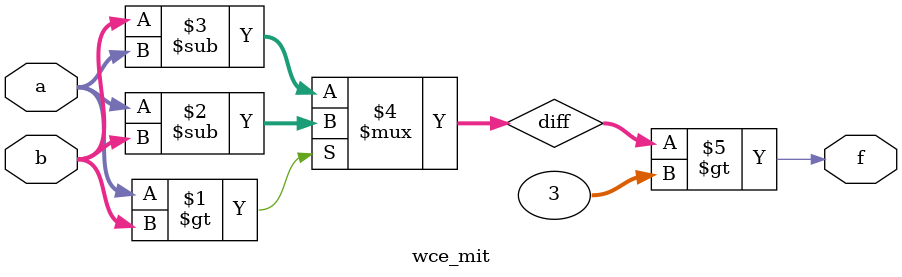
<source format=v>
module wce_mit(a, b, f);
parameter _bit = 16;
parameter wce = 3;
input [_bit - 1: 0] a;
input [_bit - 1: 0] b;
output f;
wire [_bit - 1: 0] diff;
assign diff = (a > b)? (a - b): (b - a);
assign f = (diff > wce);
endmodule

</source>
